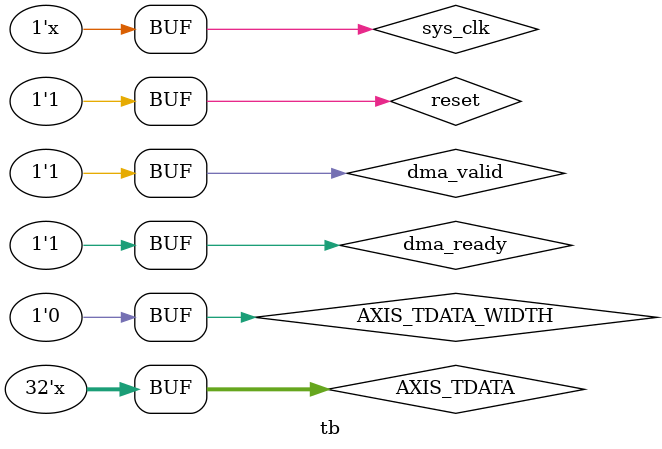
<source format=v>
`timescale 1 ns / 1 ps

module tb();

reg sys_clk;
reg reset;
reg dma_valid;
reg dma_ready;
reg [31:0] AXIS_TDATA;
wire [31:0] stream_out;

// Instantiate DUT
image_processing_ip_v1_0 dut
(   // Ports of Axi Slave Bus Interface S_AXI_LITE
       .s_axi_lite_aclk(sys_clk),
       .s_axi_lite_aresetn(reset),

    // Ports of Axi Slave Bus Interface S_AXIS_MM2S
       .s_axis_mm2s_aclk(sys_clk),
       .s_axis_mm2s_aresetn(reset),
       .s_axis_mm2s_tdata(AXIS_TDATA),
       .s_axis_mm2s_tvalid(dma_valid),

    // Ports of Axi Master Bus Interface M_AXIS_S2MM
       .m_axis_s2mm_aclk(sys_clk),
       .m_axis_s2mm_aresetn(reset),
       .m_axis_s2mm_tdata(stream_out),
       .m_axis_s2mm_tready(dma_ready)
);


always #5 sys_clk = ~sys_clk;
always #20 AXIS_TDATA  = ~AXIS_TDATA;

initial
begin
    sys_clk = 1'b0;
    AXIS_TDATA_WIDTH = 32'b0;
    dma_ready = 1'b0;
    dma_valid = 1'b0;
    reset = 1'b1;
    #50
    reset = 1'b0;
    #50
    reset = 1'b1;
    dma_ready = 1'b1;
    dma_valid = 1'b1;

end

endmodule

</source>
